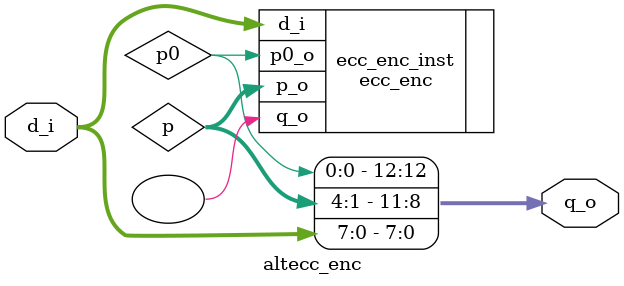
<source format=v>



/*
 Wrapper that converts eip_ecc_enc bit order in altecc bit order
*/

module altecc_enc (
    d_i,              //information bit vector input
    q_o               //encoded data word output
);

//---------------------------------------------------------
// Parameters
//---------------------------------------------------------
parameter K       = 8; //Information bit vector size
parameter LATENCY = 0; //0: no latency (combinatorial design)
                       //1: registered outputs
                       //2: registered inputs+outputs

//---------------------------------------------------------
// Local Parameters
//---------------------------------------------------------
localparam m = calculate_m(K);
localparam n = m + K;


//---------------------------------------------------------
// Functions
//---------------------------------------------------------
function integer calculate_m;
  input integer k;

  integer m;
begin
  m=1;
  while (2**m < m+k+1) m=m+1;

  calculate_m = m;
end
endfunction //calculate_m


//---------------------------------------------------------
// Inputs & Outputs
//---------------------------------------------------------
input  [K-1:0] d_i;
output [n  :0] q_o;


//---------------------------------------------------------
// Variables
//---------------------------------------------------------
wire [m:1] p;
wire       p0;


//---------------------------------------------------------
// Module Body
//---------------------------------------------------------
ecc_enc #(K) ecc_enc_inst (
  .d_i  (d_i ),
  .q_o  ( ),
  .p_o  ( p  ),
  .p0_o ( p0 )
);

assign q_o = {p0,p,d_i};

endmodule

</source>
